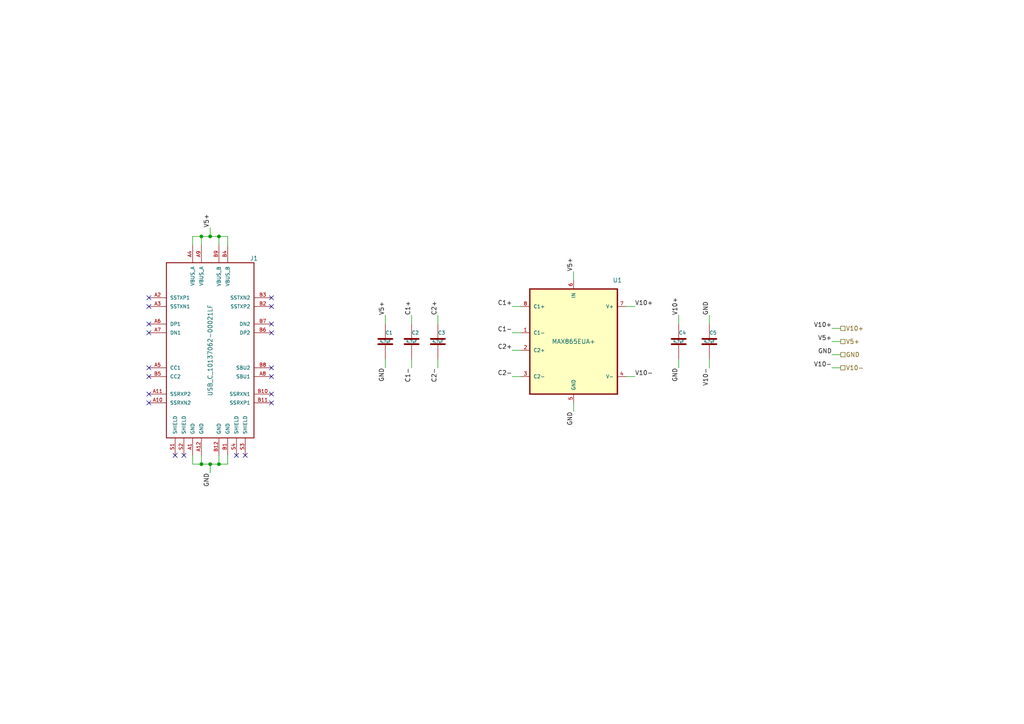
<source format=kicad_sch>
(kicad_sch (version 20250114) (generator "eeschema") (generator_version "9.0")
  (paper "A4")
  (title_block (title "farseer_pcb") (date "2023-12-14") (rev "4.0") (company "Peter Polidoro"))
  (lib_symbols
    (symbol "Janelia:C_4.7uF_16V_0603" (pin_numbers (hide yes)) (pin_names (offset 0.254))
      (property "Reference" "C" (at 0 2.54 0))
      (property "Value" "4.7uF_16V" (at 0 0 0))
      (symbol "C_4.7uF_16V_0603_0_1"
        (polyline (pts (xy -2.032 0.762) (xy 2.032 0.762)) (stroke (width 0.508)))
        (polyline (pts (xy -2.032 -0.762) (xy 2.032 -0.762)) (stroke (width 0.508)))
      )
      (symbol "C_4.7uF_16V_0603_1_1"
        (pin passive line (at 0 5.08 270) (length 4.318) (name "~") (number "1"))
        (pin passive line (at 0 -5.08 90) (length 4.318) (name "~") (number "2"))
      )
    )
    (symbol "Janelia:MAX865EUA+" (pin_names (offset 1.016))
      (property "Reference" "U" (at 12.7 17.78 0))
      (property "Value" "MAX865EUA+" (at 0 0 0))
      (symbol "MAX865EUA+_0_0"
        (rectangle (start -12.7 -15.24) (end 12.7 15.24) (stroke (width 0.4064)) (fill (type background)))
        (pin passive line (at -15.24 10.16 0) (length 2.54) (name "C1+") (number "8"))
        (pin passive line (at -15.24 2.54 0) (length 2.54) (name "C1-") (number "1"))
        (pin passive line (at -15.24 -2.54 0) (length 2.54) (name "C2+") (number "2"))
        (pin passive line (at -15.24 -10.16 0) (length 2.54) (name "C2-") (number "3"))
        (pin power_in line (at 0 17.78 270) (length 2.54) (name "IN") (number "6"))
        (pin power_in line (at 0 -17.78 90) (length 2.54) (name "GND") (number "5"))
        (pin power_out line (at 15.24 10.16 180) (length 2.54) (name "V+") (number "7"))
        (pin power_out line (at 15.24 -10.16 180) (length 2.54) (name "V-") (number "4"))
      )
    )
    (symbol "Janelia:USB_C_10137062-00021LF" (pin_names (offset 1.016))
      (property "Reference" "J" (at 12.7 27.94 0))
      (property "Value" "USB_C_10137062-00021LF" (at 50.8 -33.02 0))
      (symbol "USB_C_10137062-00021LF_0_0"
        (rectangle (start -12.7 25.4) (end 12.7 -25.4) (stroke (width 0.254)))
        (pin output line (at -17.78 15.24 0) (length 5.08) (name "SSTXP1") (number "A2"))
        (pin output line (at -17.78 12.7 0) (length 5.08) (name "SSTXN1") (number "A3"))
        (pin bidirectional line (at -17.78 7.62 0) (length 5.08) (name "DP1") (number "A6"))
        (pin bidirectional line (at -17.78 5.08 0) (length 5.08) (name "DN1") (number "A7"))
        (pin bidirectional line (at -17.78 -5.08 0) (length 5.08) (name "CC1") (number "A5"))
        (pin bidirectional line (at -17.78 -7.62 0) (length 5.08) (name "CC2") (number "B5"))
        (pin input line (at -17.78 -12.7 0) (length 5.08) (name "SSRXP2") (number "A11"))
        (pin input line (at -17.78 -15.24 0) (length 5.08) (name "SSRXN2") (number "A10"))
        (pin passive line (at -10.16 -30.48 90) (length 5.08) (name "SHIELD") (number "S1"))
        (pin passive line (at -7.62 -30.48 90) (length 5.08) (name "SHIELD") (number "S2"))
        (pin power_out line (at -5.08 30.48 270) (length 5.08) (name "VBUS_A") (number "A4"))
        (pin power_out line (at -5.08 -30.48 90) (length 5.08) (name "GND") (number "A1"))
        (pin passive line (at -2.54 30.48 270) (length 5.08) (name "VBUS_A") (number "A9"))
        (pin passive line (at -2.54 -30.48 90) (length 5.08) (name "GND") (number "A12"))
        (pin passive line (at 2.54 30.48 270) (length 5.08) (name "VBUS_B") (number "B9"))
        (pin passive line (at 2.54 -30.48 90) (length 5.08) (name "GND") (number "B12"))
        (pin passive line (at 5.08 30.48 270) (length 5.08) (name "VBUS_B") (number "B4"))
        (pin passive line (at 5.08 -30.48 90) (length 5.08) (name "GND") (number "B1"))
        (pin passive line (at 7.62 -30.48 90) (length 5.08) (name "SHIELD") (number "S4"))
        (pin passive line (at 10.16 -30.48 90) (length 5.08) (name "SHIELD") (number "S3"))
        (pin output line (at 17.78 15.24 180) (length 5.08) (name "SSTXN2") (number "B3"))
        (pin output line (at 17.78 12.7 180) (length 5.08) (name "SSTXP2") (number "B2"))
        (pin bidirectional line (at 17.78 7.62 180) (length 5.08) (name "DN2") (number "B7"))
        (pin bidirectional line (at 17.78 5.08 180) (length 5.08) (name "DP2") (number "B6"))
        (pin bidirectional line (at 17.78 -5.08 180) (length 5.08) (name "SBU2") (number "B8"))
        (pin bidirectional line (at 17.78 -7.62 180) (length 5.08) (name "SBU1") (number "A8"))
        (pin input line (at 17.78 -12.7 180) (length 5.08) (name "SSRXN1") (number "B10"))
        (pin input line (at 17.78 -15.24 180) (length 5.08) (name "SSRXP1") (number "B11"))
      )
    )
  )
  (junction (at 63.5 68.58))
  (junction (at 58.42 68.58))
  (junction (at 58.42 134.62))
  (junction (at 63.5 134.62))
  (junction (at 60.96 68.58))
  (junction (at 60.96 134.62))
  (no_connect (at 43.18 96.52))
  (no_connect (at 78.74 88.9))
  (no_connect (at 78.74 109.22))
  (no_connect (at 78.74 96.52))
  (no_connect (at 43.18 93.98))
  (no_connect (at 43.18 106.68))
  (no_connect (at 50.8 132.08))
  (no_connect (at 43.18 88.9))
  (no_connect (at 43.18 114.3))
  (no_connect (at 71.12 132.08))
  (no_connect (at 43.18 109.22))
  (no_connect (at 78.74 114.3))
  (no_connect (at 78.74 116.84))
  (no_connect (at 78.74 93.98))
  (no_connect (at 53.34 132.08))
  (no_connect (at 78.74 106.68))
  (no_connect (at 43.18 86.36))
  (no_connect (at 78.74 86.36))
  (no_connect (at 68.58 132.08))
  (no_connect (at 43.18 116.84))
  (wire (pts (xy 63.5 132.08) (xy 63.5 134.62)))
  (wire (pts (xy 181.61 109.22) (xy 184.15 109.22)))
  (wire (pts (xy 58.42 68.58) (xy 58.42 71.12)))
  (wire (pts (xy 119.38 91.44) (xy 119.38 93.98)))
  (wire (pts (xy 63.5 68.58) (xy 66.04 68.58)))
  (wire (pts (xy 66.04 68.58) (xy 66.04 71.12)))
  (wire (pts (xy 60.96 66.04) (xy 60.96 68.58)))
  (wire (pts (xy 243.84 102.87) (xy 241.3 102.87)))
  (wire (pts (xy 166.37 116.84) (xy 166.37 119.38)))
  (wire (pts (xy 148.59 88.9) (xy 151.13 88.9)))
  (wire (pts (xy 55.88 71.12) (xy 55.88 68.58)))
  (wire (pts (xy 66.04 132.08) (xy 66.04 134.62)))
  (wire (pts (xy 58.42 134.62) (xy 60.96 134.62)))
  (wire (pts (xy 60.96 134.62) (xy 63.5 134.62)))
  (wire (pts (xy 55.88 68.58) (xy 58.42 68.58)))
  (wire (pts (xy 60.96 68.58) (xy 63.5 68.58)))
  (wire (pts (xy 58.42 68.58) (xy 60.96 68.58)))
  (wire (pts (xy 55.88 132.08) (xy 55.88 134.62)))
  (wire (pts (xy 60.96 134.62) (xy 60.96 137.16)))
  (wire (pts (xy 243.84 106.68) (xy 241.3 106.68)))
  (wire (pts (xy 127 106.68) (xy 127 104.14)))
  (wire (pts (xy 63.5 68.58) (xy 63.5 71.12)))
  (wire (pts (xy 119.38 106.68) (xy 119.38 104.14)))
  (wire (pts (xy 205.74 106.68) (xy 205.74 104.14)))
  (wire (pts (xy 58.42 132.08) (xy 58.42 134.62)))
  (wire (pts (xy 181.61 88.9) (xy 184.15 88.9)))
  (wire (pts (xy 196.85 106.68) (xy 196.85 104.14)))
  (wire (pts (xy 111.76 93.98) (xy 111.76 91.44)))
  (wire (pts (xy 166.37 78.74) (xy 166.37 81.28)))
  (wire (pts (xy 205.74 91.44) (xy 205.74 93.98)))
  (wire (pts (xy 111.76 104.14) (xy 111.76 106.68)))
  (wire (pts (xy 127 91.44) (xy 127 93.98)))
  (wire (pts (xy 63.5 134.62) (xy 66.04 134.62)))
  (wire (pts (xy 243.84 99.06) (xy 241.3 99.06)))
  (wire (pts (xy 148.59 109.22) (xy 151.13 109.22)))
  (wire (pts (xy 148.59 101.6) (xy 151.13 101.6)))
  (wire (pts (xy 55.88 134.62) (xy 58.42 134.62)))
  (wire (pts (xy 196.85 91.44) (xy 196.85 93.98)))
  (wire (pts (xy 243.84 95.25) (xy 241.3 95.25)))
  (wire (pts (xy 148.59 96.52) (xy 151.13 96.52)))
  (label "C1+" (at 119.38 91.44 90))
  (label "V10-" (at 205.74 106.68 270))
  (label "GND" (at 205.74 91.44 90))
  (label "V5+" (at 166.37 78.74 90))
  (label "GND" (at 241.3 102.87 180))
  (label "V10-" (at 241.3 106.68 180))
  (label "C1+" (at 148.59 88.9 180))
  (label "V10-" (at 184.15 109.22 0))
  (label "C2-" (at 127 106.68 270))
  (label "C2+" (at 127 91.44 90))
  (label "C1-" (at 148.59 96.52 180))
  (label "GND" (at 196.85 106.68 270))
  (label "GND" (at 166.37 119.38 270))
  (label "V10+" (at 184.15 88.9 0))
  (label "V5+" (at 111.76 91.44 90))
  (label "V5+" (at 241.3 99.06 180))
  (label "C1-" (at 119.38 106.68 270))
  (label "C2+" (at 148.59 101.6 180))
  (label "V10+" (at 196.85 91.44 90))
  (label "V10+" (at 241.3 95.25 180))
  (label "GND" (at 111.76 106.68 270))
  (label "C2-" (at 148.59 109.22 180))
  (label "V5+" (at 60.96 66.04 90))
  (label "GND" (at 60.96 137.16 270))
  (hierarchical_label "V5+" (shape passive) (at 243.84 99.06 0))
  (hierarchical_label "GND" (shape passive) (at 243.84 102.87 0))
  (hierarchical_label "V10-" (shape passive) (at 243.84 106.68 0))
  (hierarchical_label "V10+" (shape passive) (at 243.84 95.25 0))
  (symbol (lib_id "Janelia:C_4.7uF_16V_0603") (at 111.76 99.06 0) (unit 1)
    (property "Reference" "C1" (at 111.76 96.52 0) (effects (font (size 1.016 1.016)) (justify left)))
    (property "Value" "4.7uF" (at 111.76 99.06 0) (effects (font (size 0.762 0.762))))
    (property "Footprint" "Janelia:C_0603_1608Metric" (effects (hide yes)))
    (property "Description" "CAP CER 4.7UF 16V X5R 0603" (effects (hide yes)))
    (property "Vendor" "Digi-Key" (effects (hide yes)))
    (property "Vendor Part Number" "445-7478-1-ND" (effects (hide yes)))
    (property "MFN" "TDK Corporation" (effects (hide yes)))
    (property "MPN" "C1608X5R1C475K080AC" (effects (hide yes)))
  )
  (symbol (lib_id "Janelia:C_4.7uF_16V_0603") (at 119.38 99.06 0) (unit 1)
    (property "Reference" "C2" (at 119.38 96.52 0) (effects (font (size 1.016 1.016)) (justify left)))
    (property "Value" "4.7uF" (at 119.38 99.06 0) (effects (font (size 0.762 0.762))))
    (property "Footprint" "Janelia:C_0603_1608Metric" (effects (hide yes)))
    (property "Description" "CAP CER 4.7UF 16V X5R 0603" (effects (hide yes)))
    (property "Vendor" "Digi-Key" (effects (hide yes)))
    (property "Vendor Part Number" "445-7478-1-ND" (effects (hide yes)))
    (property "MFN" "TDK Corporation" (effects (hide yes)))
    (property "MPN" "C1608X5R1C475K080AC" (effects (hide yes)))
  )
  (symbol (lib_id "Janelia:C_4.7uF_16V_0603") (at 196.85 99.06 0) (unit 1)
    (property "Reference" "C4" (at 196.85 96.52 0) (effects (font (size 1.016 1.016)) (justify left)))
    (property "Value" "4.7uF" (at 196.85 99.06 0) (effects (font (size 0.762 0.762))))
    (property "Footprint" "Janelia:C_0603_1608Metric" (effects (hide yes)))
    (property "Description" "CAP CER 4.7UF 16V X5R 0603" (effects (hide yes)))
    (property "Vendor" "Digi-Key" (effects (hide yes)))
    (property "Vendor Part Number" "445-7478-1-ND" (effects (hide yes)))
    (property "MFN" "TDK Corporation" (effects (hide yes)))
    (property "MPN" "C1608X5R1C475K080AC" (effects (hide yes)))
  )
  (symbol (lib_id "Janelia:C_4.7uF_16V_0603") (at 205.74 99.06 0) (unit 1)
    (property "Reference" "C5" (at 205.74 96.52 0) (effects (font (size 1.016 1.016)) (justify left)))
    (property "Value" "4.7uF" (at 205.74 99.06 0) (effects (font (size 0.762 0.762))))
    (property "Footprint" "Janelia:C_0603_1608Metric" (effects (hide yes)))
    (property "Description" "CAP CER 4.7UF 16V X5R 0603" (effects (hide yes)))
    (property "Vendor" "Digi-Key" (effects (hide yes)))
    (property "Vendor Part Number" "445-7478-1-ND" (effects (hide yes)))
    (property "MFN" "TDK Corporation" (effects (hide yes)))
    (property "MPN" "C1608X5R1C475K080AC" (effects (hide yes)))
  )
  (symbol (lib_id "Janelia:MAX865EUA+") (at 166.37 99.06 0) (unit 1) (exclude_from_sim yes)
    (property "Reference" "U1" (at 179.07 81.28 0))
    (property "Value" "MAX865EUA+" (at 166.37 99.06 0))
    (property "Footprint" "Janelia:SOP65P490X110-8N" (effects (hide yes)))
    (property "Description" "IC REG CHARGE PUMP INV DL 8UMAX" (effects (hide yes)))
    (property "Package" "SOP65P490X110-8N" (effects (hide yes)))
    (property "MFN" "Maxim Integrated" (effects (hide yes)))
    (property "MPN" "MAX865EUA+" (effects (hide yes)))
    (property "Vendor" "Digi-Key" (effects (hide yes)))
    (property "Vendor Part Number" "MAX865EUA+-ND" (effects (hide yes)))
  )
  (symbol (lib_id "Janelia:USB_C_10137062-00021LF") (at 60.96 101.6 0) (unit 1) (exclude_from_sim yes)
    (property "Reference" "J1" (at 73.66 74.93 0))
    (property "Value" "USB_C_10137062-00021LF" (at 60.96 101.6 90))
    (property "Footprint" "Janelia:USB_C_Receptacle_Amphenol_10137062-00021LF" (effects (hide yes)))
    (property "Description" "CONN RCP USB3.1 TYPEC 24P SMD RA" (effects (hide yes)))
    (property "MFN" "Amphenol" (effects (hide yes)))
    (property "MPN" "10137062-00021LF" (effects (hide yes)))
    (property "Vendor" "Digi-Key" (effects (hide yes)))
    (property "Vendor Part Number" "609-6109-1-ND" (effects (hide yes)))
  )
  (symbol (lib_id "Janelia:C_4.7uF_16V_0603") (at 127 99.06 0) (unit 1)
    (property "Reference" "C3" (at 127 96.52 0) (effects (font (size 1.016 1.016)) (justify left)))
    (property "Value" "4.7uF" (at 127 99.06 0) (effects (font (size 0.762 0.762))))
    (property "Footprint" "Janelia:C_0603_1608Metric" (effects (hide yes)))
    (property "Description" "CAP CER 4.7UF 16V X5R 0603" (effects (hide yes)))
    (property "Vendor" "Digi-Key" (effects (hide yes)))
    (property "Vendor Part Number" "445-7478-1-ND" (effects (hide yes)))
    (property "MFN" "TDK Corporation" (effects (hide yes)))
    (property "MPN" "C1608X5R1C475K080AC" (effects (hide yes)))
  )
)
</source>
